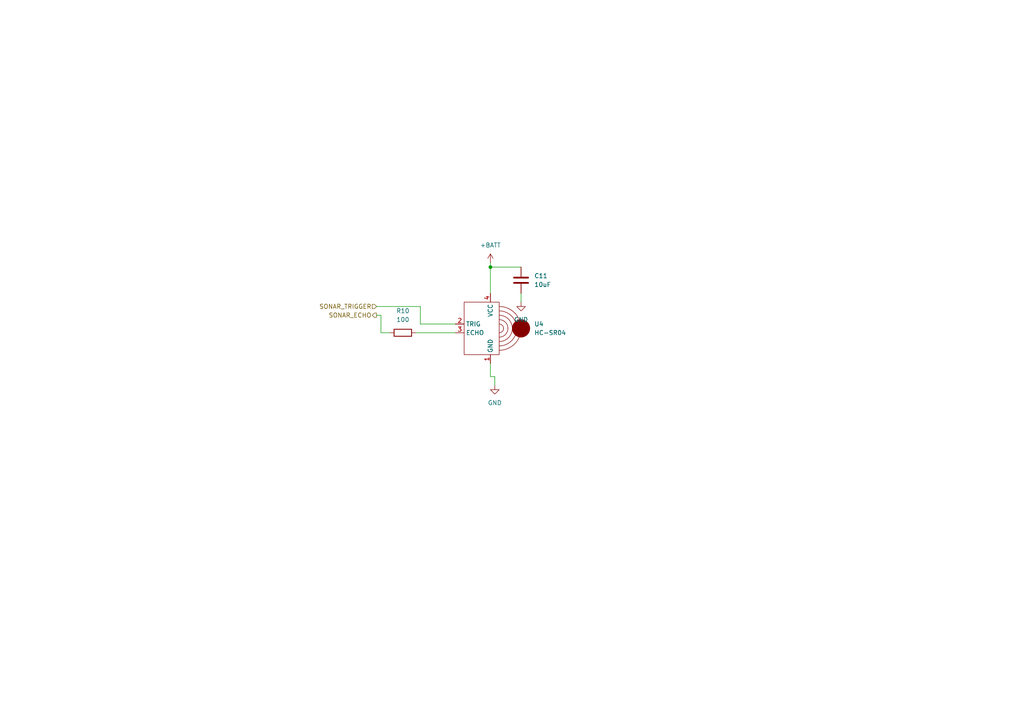
<source format=kicad_sch>
(kicad_sch (version 20230121) (generator eeschema)
  (paper "A4")
  (lib_symbols
    (symbol "Device:C" (pin_numbers hide) (pin_names (offset 0.254))
      (property "Reference" "C" (at 0.635 2.54 0))
      (property "Value" "C" (at 0.635 -2.54 0))
      (symbol "C_0_1"
        (polyline (pts (xy -2.032 -0.762) (xy 2.032 -0.762)) (stroke (width 0.508)))
        (polyline (pts (xy -2.032 0.762) (xy 2.032 0.762)) (stroke (width 0.508)))
      )
      (symbol "C_1_1"
        (pin passive line (at 0 3.81 270) (length 2.794) (name "~") (number "1"))
        (pin passive line (at 0 -3.81 90) (length 2.794) (name "~") (number "2"))
      )
    )
    (symbol "Device:R" (pin_numbers hide) (pin_names (offset 0))
      (property "Reference" "R" (at 2.032 0 90))
      (property "Value" "R" (at 0 0 90))
      (symbol "R_0_1"
        (rectangle (start -1.016 -2.54) (end 1.016 2.54) (stroke (width 0.254)))
      )
      (symbol "R_1_1"
        (pin passive line (at 0 3.81 270) (length 1.27) (name "~") (number "1"))
        (pin passive line (at 0 -3.81 90) (length 1.27) (name "~") (number "2"))
      )
    )
    (symbol "minimouse:HC-SR04"
      (property "Reference" "U" (at 0 0 0))
      (property "Value" "HC-SR04" (at 0 0 0))
      (symbol "HC-SR04_0_1"
        (rectangle (start -7.62 7.62) (end 2.54 -7.62))
        (arc (start 2.54 -6.35) (mid 7.0301 -4.4901) (end 8.89 0))
        (arc (start 2.54 -5.08) (mid 6.1321 -3.5921) (end 7.62 0))
        (arc (start 2.54 -3.81) (mid 5.2341 -2.6941) (end 6.35 0))
        (arc (start 2.54 -2.54) (mid 4.3361 -1.7961) (end 5.08 0))
        (arc (start 2.54 -1.27) (mid 3.438 -0.898) (end 3.81 0))
        (arc (start 3.81 0) (mid 3.438 0.898) (end 2.54 1.27))
        (arc (start 5.08 0) (mid 4.3361 1.7961) (end 2.54 2.54))
        (arc (start 6.35 0) (mid 5.2341 2.6941) (end 2.54 3.81))
        (arc (start 7.62 0) (mid 6.1321 3.5921) (end 2.54 5.08))
        (arc (start 8.89 0) (mid 7.0301 4.4901) (end 2.54 6.35))
      )
      (symbol "HC-SR04_1_1"
        (circle (center 8.89 0) (radius 2.54) (fill (type outline)))
        (pin power_in line (at 0 -10.16 90) (length 2.54) (name "GND") (number "1"))
        (pin input line (at -10.16 1.27 0) (length 2.54) (name "TRIG") (number "2"))
        (pin output line (at -10.16 -1.27 0) (length 2.54) (name "ECHO") (number "3"))
        (pin power_in line (at 0 10.16 270) (length 2.54) (name "VCC") (number "4"))
      )
    )
    (symbol "power:+BATT" (power) (pin_names (offset 0))
      (property "Value" "+BATT" (at 0 3.556 0))
      (symbol "+BATT_0_1"
        (polyline (pts (xy -0.762 1.27) (xy 0 2.54)))
        (polyline (pts (xy 0 0) (xy 0 2.54)))
        (polyline (pts (xy 0 2.54) (xy 0.762 1.27)))
      )
      (symbol "+BATT_1_1"
        (pin power_in line (at 0 0 90) (length 0) hide (name "+BATT") (number "1"))
      )
    )
    (symbol "power:GND" (power) (pin_names (offset 0))
      (property "Value" "GND" (at 0 -3.81 0))
      (symbol "GND_0_1"
        (polyline (pts (xy 0 0) (xy 0 -1.27) (xy 1.27 -1.27) (xy 0 -2.54) (xy -1.27 -1.27) (xy 0 -1.27)))
      )
      (symbol "GND_1_1"
        (pin power_in line (at 0 0 270) (length 0) hide (name "GND") (number "1"))
      )
    )
  )
  (junction (at 142.24 77.47))
  (wire (pts (xy 110.49 96.52) (xy 113.03 96.52)))
  (wire (pts (xy 121.92 93.98) (xy 121.92 88.9)))
  (wire (pts (xy 151.13 85.09) (xy 151.13 87.63)))
  (wire (pts (xy 110.49 96.52) (xy 110.49 91.44)))
  (wire (pts (xy 142.24 76.2) (xy 142.24 77.47)))
  (wire (pts (xy 143.51 109.22) (xy 143.51 111.76)))
  (wire (pts (xy 142.24 109.22) (xy 143.51 109.22)))
  (wire (pts (xy 109.22 91.44) (xy 110.49 91.44)))
  (wire (pts (xy 132.08 93.98) (xy 121.92 93.98)))
  (wire (pts (xy 120.65 96.52) (xy 132.08 96.52)))
  (wire (pts (xy 142.24 77.47) (xy 142.24 85.09)))
  (wire (pts (xy 142.24 105.41) (xy 142.24 109.22)))
  (wire (pts (xy 142.24 77.47) (xy 151.13 77.47)))
  (wire (pts (xy 121.92 88.9) (xy 109.22 88.9)))
  (hierarchical_label "SONAR_TRIGGER" (shape input) (at 109.22 88.9 180))
  (hierarchical_label "SONAR_ECHO" (shape output) (at 109.22 91.44 180))
  (symbol (lib_id "power:GND") (at 143.51 111.76 0) (unit 1)
    (property "Reference" "#PWR034" (effects hide))
    (property "Value" "GND" (at 143.51 116.84 0))
  )
  (symbol (lib_id "power:+BATT") (at 142.24 76.2 0) (unit 1)
    (property "Reference" "#PWR033" (effects hide))
    (property "Value" "+BATT" (at 142.24 71.12 0))
  )
  (symbol (lib_id "Device:C") (at 151.13 81.28 180) (unit 1)
    (property "Reference" "C11" (at 154.94 80.01 0) (effects (justify right)))
    (property "Value" "10uF" (at 154.94 82.55 0) (effects (justify right)))
    (property "Footprint" "Capacitor_SMD:C_0603_1608Metric" (effects hide))
    (instances (project "minimouse" (path "" (reference "C11") (unit 1)) (path "" (reference "C12") (unit 1))))
  )
  (symbol (lib_id "power:GND") (at 151.13 87.63 0) (unit 1)
    (property "Reference" "#PWR040" (effects hide))
    (property "Value" "GND" (at 151.13 92.71 0))
  )
  (symbol (lib_id "Device:R") (at 116.84 96.52 270) (unit 1)
    (property "Reference" "R10" (at 116.84 90.17 90))
    (property "Value" "100" (at 116.84 92.71 90))
    (property "Footprint" "Resistor_SMD:R_0603_1608Metric" (effects hide))
    (instances (project "minimouse" (path "" (reference "R10") (unit 1)) (path "" (reference "R11") (unit 1))))
  )
  (symbol (lib_id "minimouse:HC-SR04") (at 142.24 95.25 0) (unit 1)
    (property "Reference" "U4" (at 154.94 93.98 0) (effects (justify left)))
    (property "Value" "HC-SR04" (at 154.94 96.52 0) (effects (justify left)))
    (property "Footprint" "minimouse:HC-SR04" (effects hide))
  )
)
</source>
